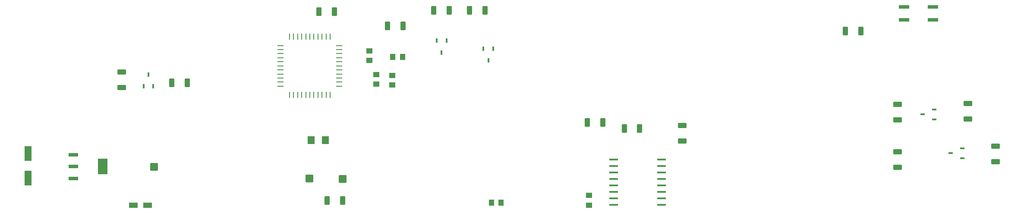
<source format=gbr>
G04 DipTrace 5.1.0.1*
G04 Íèæíÿï.ìàñêà.gbr*
%MOMM*%
G04 #@! TF.FileFunction,Paste,Bot*
G04 #@! TF.Part,Single*
%AMOUTLINE2*
4,1,28,
0.7,0.65345,
0.7,-0.65345,
0.6944,-0.69601,
0.6805,-0.72957,
0.65838,-0.75838,
0.62957,-0.7805,
0.59601,-0.7944,
0.55345,-0.8,
-0.55345,-0.8,
-0.59601,-0.7944,
-0.62957,-0.7805,
-0.65838,-0.75838,
-0.6805,-0.72957,
-0.6944,-0.69601,
-0.7,-0.65345,
-0.7,0.65345,
-0.6944,0.69601,
-0.6805,0.72957,
-0.65838,0.75838,
-0.62957,0.7805,
-0.59601,0.7944,
-0.55345,0.8,
0.55345,0.8,
0.59601,0.7944,
0.62957,0.7805,
0.65838,0.75838,
0.6805,0.72957,
0.6944,0.69601,
0.7,0.65345,
0*%
%AMOUTLINE3*
4,1,28,
-0.5505,0.75,
0.5505,0.75,
0.60213,0.7432,
0.65025,0.72327,
0.69157,0.69157,
0.72327,0.65025,
0.7432,0.60213,
0.75,0.5505,
0.75,-0.5505,
0.7432,-0.60213,
0.72327,-0.65025,
0.69157,-0.69157,
0.65025,-0.72327,
0.60213,-0.7432,
0.5505,-0.75,
-0.5505,-0.75,
-0.60213,-0.7432,
-0.65025,-0.72327,
-0.69157,-0.69157,
-0.72327,-0.65025,
-0.7432,-0.60213,
-0.75,-0.5505,
-0.75,0.5505,
-0.7432,0.60213,
-0.72327,0.65025,
-0.69157,0.69157,
-0.65025,0.72327,
-0.60213,0.7432,
-0.5505,0.75,
0*%
%AMOUTLINE4*
4,1,28,
0.5505,-0.75,
-0.5505,-0.75,
-0.60213,-0.7432,
-0.65025,-0.72327,
-0.69157,-0.69157,
-0.72327,-0.65025,
-0.7432,-0.60213,
-0.75,-0.5505,
-0.75,0.5505,
-0.7432,0.60213,
-0.72327,0.65025,
-0.69157,0.69157,
-0.65025,0.72327,
-0.60213,0.7432,
-0.5505,0.75,
0.5505,0.75,
0.60213,0.7432,
0.65025,0.72327,
0.69157,0.69157,
0.72327,0.65025,
0.7432,0.60213,
0.75,0.5505,
0.75,-0.5505,
0.7432,-0.60213,
0.72327,-0.65025,
0.69157,-0.69157,
0.65025,-0.72327,
0.60213,-0.7432,
0.5505,-0.75,
0*%
%AMOUTLINE7*
4,1,28,
-0.35845,0.835,
0.35845,0.835,
0.4036,0.82906,
0.43957,0.81416,
0.47046,0.79046,
0.49416,0.75957,
0.50906,0.7236,
0.515,0.67845,
0.515,-0.67845,
0.50906,-0.7236,
0.49416,-0.75957,
0.47046,-0.79046,
0.43957,-0.81416,
0.4036,-0.82906,
0.35845,-0.835,
-0.35845,-0.835,
-0.4036,-0.82906,
-0.43957,-0.81416,
-0.47046,-0.79046,
-0.49416,-0.75957,
-0.50906,-0.7236,
-0.515,-0.67845,
-0.515,0.67845,
-0.50906,0.7236,
-0.49416,0.75957,
-0.47046,0.79046,
-0.43957,0.81416,
-0.4036,0.82906,
-0.35845,0.835,
0*%
%AMOUTLINE10*
4,1,28,
0.35845,-0.835,
-0.35845,-0.835,
-0.4036,-0.82906,
-0.43957,-0.81416,
-0.47046,-0.79046,
-0.49416,-0.75957,
-0.50906,-0.7236,
-0.515,-0.67845,
-0.515,0.67845,
-0.50906,0.7236,
-0.49416,0.75957,
-0.47046,0.79046,
-0.43957,0.81416,
-0.4036,0.82906,
-0.35845,0.835,
0.35845,0.835,
0.4036,0.82906,
0.43957,0.81416,
0.47046,0.79046,
0.49416,0.75957,
0.50906,0.7236,
0.515,0.67845,
0.515,-0.67845,
0.50906,-0.7236,
0.49416,-0.75957,
0.47046,-0.79046,
0.43957,-0.81416,
0.4036,-0.82906,
0.35845,-0.835,
0*%
%AMOUTLINE13*
4,1,28,
-0.835,-0.35845,
-0.835,0.35845,
-0.82906,0.4036,
-0.81416,0.43957,
-0.79046,0.47046,
-0.75957,0.49416,
-0.7236,0.50906,
-0.67845,0.515,
0.67845,0.515,
0.7236,0.50906,
0.75957,0.49416,
0.79046,0.47046,
0.81416,0.43957,
0.82906,0.4036,
0.835,0.35845,
0.835,-0.35845,
0.82906,-0.4036,
0.81416,-0.43957,
0.79046,-0.47046,
0.75957,-0.49416,
0.7236,-0.50906,
0.67845,-0.515,
-0.67845,-0.515,
-0.7236,-0.50906,
-0.75957,-0.49416,
-0.79046,-0.47046,
-0.81416,-0.43957,
-0.82906,-0.4036,
-0.835,-0.35845,
0*%
%AMOUTLINE16*
4,1,28,
0.835,0.35845,
0.835,-0.35845,
0.82906,-0.4036,
0.81416,-0.43957,
0.79046,-0.47046,
0.75957,-0.49416,
0.7236,-0.50906,
0.67845,-0.515,
-0.67845,-0.515,
-0.7236,-0.50906,
-0.75957,-0.49416,
-0.79046,-0.47046,
-0.81416,-0.43957,
-0.82906,-0.4036,
-0.835,-0.35845,
-0.835,0.35845,
-0.82906,0.4036,
-0.81416,0.43957,
-0.79046,0.47046,
-0.75957,0.49416,
-0.7236,0.50906,
-0.67845,0.515,
0.67845,0.515,
0.7236,0.50906,
0.75957,0.49416,
0.79046,0.47046,
0.81416,0.43957,
0.82906,0.4036,
0.835,0.35845,
0*%
%ADD67R,0.28267X1.27333*%
%ADD69R,1.27333X0.28267*%
%ADD71R,1.8X0.4*%
%ADD73R,1.95X3.05*%
%ADD75R,1.95X0.75*%
%ADD78R,0.85X0.45*%
%ADD80R,0.45X0.85*%
%ADD91R,2.0X0.8*%
%ADD100R,1.3X1.1*%
%ADD102R,1.1X1.3*%
%ADD104R,1.8X1.0*%
%ADD106R,1.4X2.95*%
%ADD113OUTLINE2*%
%ADD114OUTLINE3*%
%ADD115OUTLINE4*%
%ADD118OUTLINE7*%
%ADD121OUTLINE10*%
%ADD124OUTLINE13*%
%ADD127OUTLINE16*%
%FSLAX35Y35*%
G04*
G71*
G90*
G75*
G01*
G04 BotPaste*
%LPD*%
D106*
X3429037Y2714853D3*
Y2224853D3*
D104*
X5775663Y1698853D3*
X5495663D3*
D102*
X12711483Y1746770D3*
X12521483D3*
D100*
X14440300Y1887053D3*
Y1697053D3*
D102*
X10588547Y4607120D3*
X10778547D3*
D100*
X10580840Y4245803D3*
Y4055803D3*
X10266720Y4263613D3*
Y4073613D3*
X10128860Y4728313D3*
Y4538313D3*
D113*
X9263983Y2969393D3*
X8983983D3*
D114*
X9600233Y2207393D3*
D91*
X20617733Y5334768D3*
Y5588768D3*
X21188733D3*
Y5334768D3*
D115*
X8949357Y2223267D3*
D114*
X5901357Y2445517D3*
D80*
X5889500Y4032123D3*
X5699500D3*
X5794500Y4262123D3*
X11451150Y4925967D3*
X11641150D3*
X11546150Y4695967D3*
X12367160Y4769077D3*
X12557160D3*
X12462160Y4539077D3*
D78*
X21208733Y3572393D3*
Y3382393D3*
X20978733Y3477393D3*
X21764358Y2810393D3*
Y2620393D3*
X21534358Y2715393D3*
D118*
X9600233Y1787350D3*
D121*
X9296233D3*
X9139858Y5493518D3*
D118*
X9443858D3*
X6552380Y4095630D3*
D121*
X6248380D3*
D124*
X5270377Y4314000D3*
D127*
Y4010000D3*
D124*
X16268800Y3261930D3*
D127*
Y2957930D3*
D118*
X14704870Y3318080D3*
D121*
X14400870D3*
D118*
X15431630Y3202040D3*
D121*
X15127630D3*
X10487690Y5219120D3*
D118*
X10791690D3*
D121*
X11393650Y5521470D3*
D118*
X11697650D3*
D121*
X12092150D3*
D118*
X12396150D3*
D127*
X21871608Y3388893D3*
D124*
Y3692893D3*
X20490483Y3677018D3*
D127*
Y3373018D3*
X22411358Y2547518D3*
D124*
Y2851518D3*
D127*
X20490483Y2436393D3*
D124*
Y2740393D3*
D118*
X19769358Y5112518D3*
D121*
X19465358D3*
D75*
X4318037Y2222727D3*
Y2452727D3*
Y2682727D3*
D73*
X4898037Y2452727D3*
D71*
X15862790Y2595680D3*
Y2468680D3*
Y2341680D3*
Y2214680D3*
Y2087680D3*
Y1960680D3*
Y1833680D3*
Y1706680D3*
X14922790D3*
Y1833680D3*
Y1960680D3*
Y2087680D3*
Y2214680D3*
Y2341680D3*
Y2468680D3*
Y2595680D3*
D69*
X8386057Y4511533D3*
X9534123Y4432800D3*
D67*
X9038823Y5006833D3*
X9120123D3*
X9198857D3*
X9280123D3*
X9358857D3*
D69*
X9534123Y4831567D3*
Y4752833D3*
Y4194033D3*
Y4272767D3*
X8386057Y4592833D3*
Y4671567D3*
Y4752833D3*
Y4831567D3*
D67*
X8721323Y5006833D3*
X8800057D3*
X8881357D3*
X8960090D3*
X8561323D3*
X8640057D3*
D69*
X9534123Y4034033D3*
D67*
X9358857Y3858767D3*
D69*
X8386057Y4432800D3*
X9534123Y4354067D3*
Y4112767D3*
D67*
X9280123Y3858767D3*
X9198857D3*
X9120123D3*
X8721323D3*
X8640057D3*
X8561323D3*
D69*
X8386057Y4034033D3*
D67*
X9038823Y3858767D3*
X8960090D3*
X8881357D3*
X8800057D3*
D69*
X8386057Y4112767D3*
Y4194033D3*
Y4272767D3*
Y4354067D3*
X9534123Y4671567D3*
Y4592833D3*
Y4511533D3*
M02*

</source>
